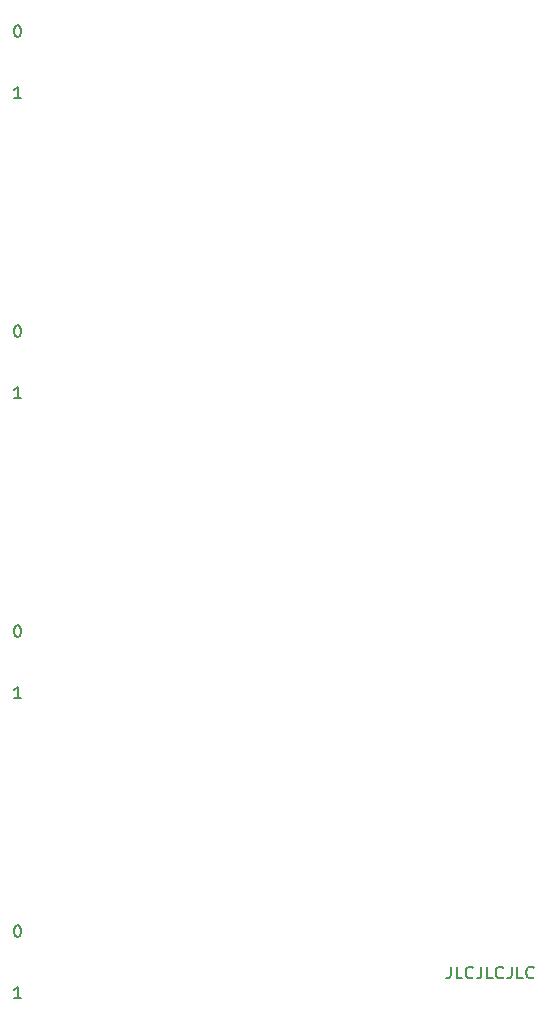
<source format=gbr>
G04 #@! TF.GenerationSoftware,KiCad,Pcbnew,(5.1.2)-1*
G04 #@! TF.CreationDate,2019-07-17T11:56:10+10:00*
G04 #@! TF.ProjectId,output.panel,6f757470-7574-42e7-9061-6e656c2e6b69,rev?*
G04 #@! TF.SameCoordinates,Original*
G04 #@! TF.FileFunction,Legend,Top*
G04 #@! TF.FilePolarity,Positive*
%FSLAX46Y46*%
G04 Gerber Fmt 4.6, Leading zero omitted, Abs format (unit mm)*
G04 Created by KiCad (PCBNEW (5.1.2)-1) date 2019-07-17 11:56:10*
%MOMM*%
%LPD*%
G04 APERTURE LIST*
%ADD10C,0.200000*%
%ADD11C,0.150000*%
G04 APERTURE END LIST*
D10*
X83286666Y-135602380D02*
X83286666Y-136316666D01*
X83239047Y-136459523D01*
X83143809Y-136554761D01*
X83000952Y-136602380D01*
X82905714Y-136602380D01*
X84239047Y-136602380D02*
X83762857Y-136602380D01*
X83762857Y-135602380D01*
X85143809Y-136507142D02*
X85096190Y-136554761D01*
X84953333Y-136602380D01*
X84858095Y-136602380D01*
X84715238Y-136554761D01*
X84620000Y-136459523D01*
X84572380Y-136364285D01*
X84524761Y-136173809D01*
X84524761Y-136030952D01*
X84572380Y-135840476D01*
X84620000Y-135745238D01*
X84715238Y-135650000D01*
X84858095Y-135602380D01*
X84953333Y-135602380D01*
X85096190Y-135650000D01*
X85143809Y-135697619D01*
X85858095Y-135602380D02*
X85858095Y-136316666D01*
X85810476Y-136459523D01*
X85715238Y-136554761D01*
X85572380Y-136602380D01*
X85477142Y-136602380D01*
X86810476Y-136602380D02*
X86334285Y-136602380D01*
X86334285Y-135602380D01*
X87715238Y-136507142D02*
X87667619Y-136554761D01*
X87524761Y-136602380D01*
X87429523Y-136602380D01*
X87286666Y-136554761D01*
X87191428Y-136459523D01*
X87143809Y-136364285D01*
X87096190Y-136173809D01*
X87096190Y-136030952D01*
X87143809Y-135840476D01*
X87191428Y-135745238D01*
X87286666Y-135650000D01*
X87429523Y-135602380D01*
X87524761Y-135602380D01*
X87667619Y-135650000D01*
X87715238Y-135697619D01*
X88429523Y-135602380D02*
X88429523Y-136316666D01*
X88381904Y-136459523D01*
X88286666Y-136554761D01*
X88143809Y-136602380D01*
X88048571Y-136602380D01*
X89381904Y-136602380D02*
X88905714Y-136602380D01*
X88905714Y-135602380D01*
X90286666Y-136507142D02*
X90239047Y-136554761D01*
X90096190Y-136602380D01*
X90000952Y-136602380D01*
X89858095Y-136554761D01*
X89762857Y-136459523D01*
X89715238Y-136364285D01*
X89667619Y-136173809D01*
X89667619Y-136030952D01*
X89715238Y-135840476D01*
X89762857Y-135745238D01*
X89858095Y-135650000D01*
X90000952Y-135602380D01*
X90096190Y-135602380D01*
X90239047Y-135650000D01*
X90286666Y-135697619D01*
X46885714Y-138302380D02*
X46314285Y-138302380D01*
X46600000Y-138302380D02*
X46600000Y-137302380D01*
X46504761Y-137445238D01*
X46409523Y-137540476D01*
X46314285Y-137588095D01*
X46885714Y-112902380D02*
X46314285Y-112902380D01*
X46600000Y-112902380D02*
X46600000Y-111902380D01*
X46504761Y-112045238D01*
X46409523Y-112140476D01*
X46314285Y-112188095D01*
X46885714Y-87502380D02*
X46314285Y-87502380D01*
X46600000Y-87502380D02*
X46600000Y-86502380D01*
X46504761Y-86645238D01*
X46409523Y-86740476D01*
X46314285Y-86788095D01*
X46552380Y-132102380D02*
X46647619Y-132102380D01*
X46742857Y-132150000D01*
X46790476Y-132197619D01*
X46838095Y-132292857D01*
X46885714Y-132483333D01*
X46885714Y-132721428D01*
X46838095Y-132911904D01*
X46790476Y-133007142D01*
X46742857Y-133054761D01*
X46647619Y-133102380D01*
X46552380Y-133102380D01*
X46457142Y-133054761D01*
X46409523Y-133007142D01*
X46361904Y-132911904D01*
X46314285Y-132721428D01*
X46314285Y-132483333D01*
X46361904Y-132292857D01*
X46409523Y-132197619D01*
X46457142Y-132150000D01*
X46552380Y-132102380D01*
X46552380Y-106702380D02*
X46647619Y-106702380D01*
X46742857Y-106750000D01*
X46790476Y-106797619D01*
X46838095Y-106892857D01*
X46885714Y-107083333D01*
X46885714Y-107321428D01*
X46838095Y-107511904D01*
X46790476Y-107607142D01*
X46742857Y-107654761D01*
X46647619Y-107702380D01*
X46552380Y-107702380D01*
X46457142Y-107654761D01*
X46409523Y-107607142D01*
X46361904Y-107511904D01*
X46314285Y-107321428D01*
X46314285Y-107083333D01*
X46361904Y-106892857D01*
X46409523Y-106797619D01*
X46457142Y-106750000D01*
X46552380Y-106702380D01*
X46552380Y-81302380D02*
X46647619Y-81302380D01*
X46742857Y-81350000D01*
X46790476Y-81397619D01*
X46838095Y-81492857D01*
X46885714Y-81683333D01*
X46885714Y-81921428D01*
X46838095Y-82111904D01*
X46790476Y-82207142D01*
X46742857Y-82254761D01*
X46647619Y-82302380D01*
X46552380Y-82302380D01*
X46457142Y-82254761D01*
X46409523Y-82207142D01*
X46361904Y-82111904D01*
X46314285Y-81921428D01*
X46314285Y-81683333D01*
X46361904Y-81492857D01*
X46409523Y-81397619D01*
X46457142Y-81350000D01*
X46552380Y-81302380D01*
X46552380Y-55902380D02*
X46647619Y-55902380D01*
X46742857Y-55950000D01*
X46790476Y-55997619D01*
X46838095Y-56092857D01*
X46885714Y-56283333D01*
X46885714Y-56521428D01*
X46838095Y-56711904D01*
X46790476Y-56807142D01*
X46742857Y-56854761D01*
X46647619Y-56902380D01*
X46552380Y-56902380D01*
X46457142Y-56854761D01*
X46409523Y-56807142D01*
X46361904Y-56711904D01*
X46314285Y-56521428D01*
X46314285Y-56283333D01*
X46361904Y-56092857D01*
X46409523Y-55997619D01*
X46457142Y-55950000D01*
X46552380Y-55902380D01*
X46885714Y-62102380D02*
X46314285Y-62102380D01*
X46600000Y-62102380D02*
X46600000Y-61102380D01*
X46504761Y-61245238D01*
X46409523Y-61340476D01*
X46314285Y-61388095D01*
D11*
M02*

</source>
